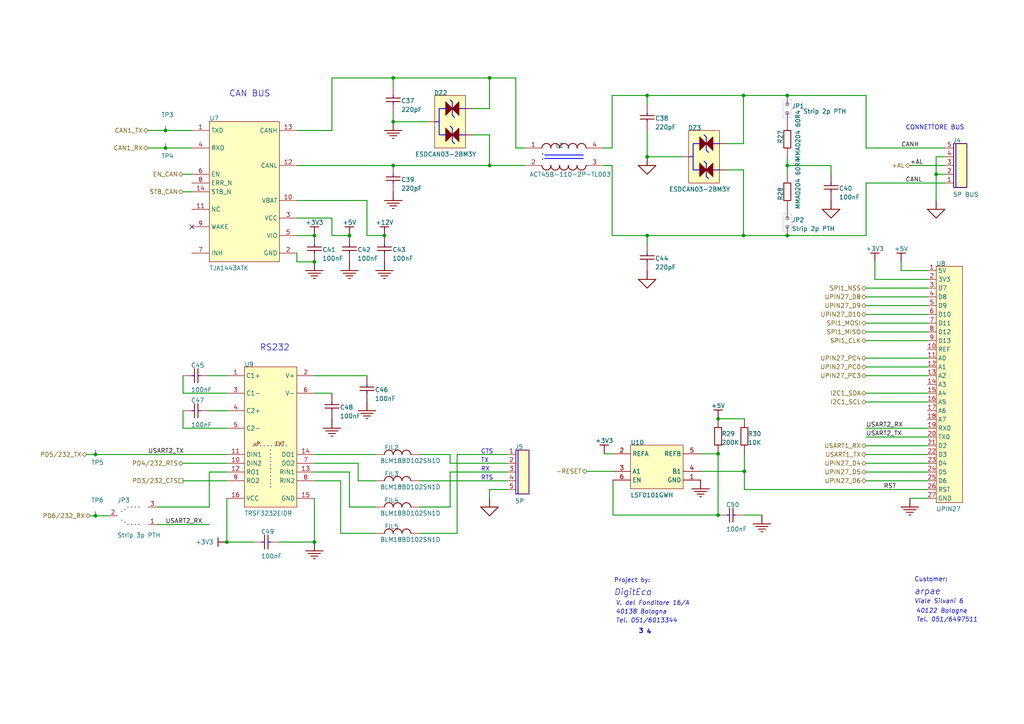
<source format=kicad_sch>
(kicad_sch (version 20230121) (generator eeschema)
  (paper "A4")
  (title_block (title "Stima V4-Master"))
  (lib_symbols
    (symbol "Stima V4 Master R1_1-altium-import:+12V" (power)
      (property "Reference" "#PWR" (at 0 0 0))
      (property "Value" "+12V" (at 0 3.81 0))
      (symbol "+12V_0_0"
        (polyline (pts (xy -1.27 -2.54) (xy 1.27 -2.54)) (stroke (width 0.254)))
        (polyline (pts (xy 0 0) (xy 0 -2.54)) (stroke (width 0.254)))
        (pin power_in line (at 0 0 0) (length 0) hide (name "+12V") (number ""))
      )
    )
    (symbol "Stima V4 Master R1_1-altium-import:+3V3" (power)
      (property "Reference" "#PWR" (at 0 0 0))
      (property "Value" "+3V3" (at 0 3.81 0))
      (symbol "+3V3_0_0"
        (polyline (pts (xy -1.27 -2.54) (xy 1.27 -2.54)) (stroke (width 0.254)))
        (polyline (pts (xy 0 0) (xy 0 -2.54)) (stroke (width 0.254)))
        (pin power_in line (at 0 0 0) (length 0) hide (name "+3V3") (number ""))
      )
    )
    (symbol "Stima V4 Master R1_1-altium-import:+5V" (power)
      (property "Reference" "#PWR" (at 0 0 0))
      (property "Value" "+5V" (at 0 3.81 0))
      (symbol "+5V_0_0"
        (polyline (pts (xy -1.27 -2.54) (xy 1.27 -2.54)) (stroke (width 0.254)))
        (polyline (pts (xy 0 0) (xy 0 -2.54)) (stroke (width 0.254)))
        (pin power_in line (at 0 0 0) (length 0) hide (name "+5V") (number ""))
      )
    )
    (symbol "Stima V4 Master R1_1-altium-import:EGND" (power)
      (property "Reference" "#PWR" (at 0 0 0))
      (property "Value" "EGND" (at 0 6.35 0))
      (symbol "EGND_0_0"
        (polyline (pts (xy 0 0) (xy 0 -2.54)) (stroke (width 0.254)))
        (polyline (pts (xy -2.54 -2.54) (xy 2.54 -2.54) (xy 0 -5.08) (xy -2.54 -2.54)) (stroke (width 0.254)))
        (pin power_in line (at 0 0 0) (length 0) hide (name "EGND") (number ""))
      )
    )
    (symbol "Stima V4 Master R1_1-altium-import:GND" (power)
      (property "Reference" "#PWR" (at 0 0 0))
      (property "Value" "GND" (at 0 6.35 0))
      (symbol "GND_0_0"
        (polyline (pts (xy -2.54 -2.54) (xy 2.54 -2.54)) (stroke (width 0.254)))
        (polyline (pts (xy -1.778 -3.302) (xy 1.778 -3.302)) (stroke (width 0.254)))
        (polyline (pts (xy -1.016 -4.064) (xy 1.016 -4.064)) (stroke (width 0.254)))
        (polyline (pts (xy -0.254 -4.826) (xy 0.254 -4.826)) (stroke (width 0.254)))
        (polyline (pts (xy 0 0) (xy 0 -2.54)) (stroke (width 0.254)))
        (pin power_in line (at 0 0 0) (length 0) hide (name "GND") (number ""))
      )
    )
    (symbol "Stima V4 Master R1_1-altium-import:root_0_ACT45B TDK"
      (symbol "root_0_ACT45B TDK_1_0"
        (polyline (pts (xy 5.842 -3.048) (xy 17.018 -3.048)) (stroke (width 0.254) (color 0 0 255 1)))
        (polyline (pts (xy 5.842 -2.032) (xy 17.018 -2.032)) (stroke (width 0.254) (color 0 0 255 1)))
        (arc (start 5.0421 -5.0955) (mid 6.3606 -6.3879) (end 7.658 -5.0743) (stroke (width 0.254)))
        (arc (start 7.5821 -5.0955) (mid 8.9006 -6.3879) (end 10.198 -5.0743) (stroke (width 0.254)))
        (arc (start 7.6579 0.0155) (mid 6.3394 1.3079) (end 5.042 -0.0057) (stroke (width 0.254)))
        (arc (start 10.1221 -5.0955) (mid 11.4406 -6.3879) (end 12.738 -5.0743) (stroke (width 0.254)))
        (arc (start 10.1979 0.0155) (mid 8.8794 1.3079) (end 7.582 -0.0057) (stroke (width 0.254)))
        (arc (start 12.6621 -5.0955) (mid 13.9806 -6.3879) (end 15.278 -5.0743) (stroke (width 0.254)))
        (arc (start 12.7379 0.0155) (mid 11.4194 1.3079) (end 10.122 -0.0057) (stroke (width 0.254)))
        (arc (start 15.2021 -5.0955) (mid 16.5206 -6.3879) (end 17.818 -5.0743) (stroke (width 0.254)))
        (arc (start 15.2779 0.0155) (mid 13.9594 1.3079) (end 12.662 -0.0057) (stroke (width 0.254)))
        (arc (start 17.8179 0.0155) (mid 16.4994 1.3079) (end 15.202 -0.0057) (stroke (width 0.254)))
        (text "." (at 5.588 -3.81 900) (effects (font (size 2.032 2.032)) (justify left bottom)))
        (text "." (at 5.588 -2.286 900) (effects (font (size 2.032 2.032)) (justify left bottom)))
        (pin passive line (at 0 0 0) (length 5.08) (name "1") (number "1"))
        (pin passive line (at 0 -5.08 0) (length 5.08) (name "2") (number "2"))
        (pin passive line (at 22.86 -5.08 180) (length 5.08) (name "3") (number "3"))
        (pin passive line (at 22.86 0 180) (length 5.08) (name "4") (number "4"))
      )
    )
    (symbol "Stima V4 Master R1_1-altium-import:root_0_BLM18BD"
      (symbol "root_0_BLM18BD_1_0"
        (arc (start 1.27 -1.27) (mid 0.372 -1.642) (end 0 -2.54) (stroke (width 0.254)))
        (arc (start 2.54 -2.54) (mid 2.168 -1.642) (end 1.27 -1.27) (stroke (width 0.254)))
        (arc (start 3.81 -1.27) (mid 2.912 -1.642) (end 2.54 -2.54) (stroke (width 0.254)))
        (arc (start 5.08 -2.54) (mid 4.708 -1.642) (end 3.81 -1.27) (stroke (width 0.254)))
        (arc (start 6.35 -1.27) (mid 5.452 -1.642) (end 5.08 -2.54) (stroke (width 0.254)))
        (arc (start 7.62 -2.54) (mid 7.248 -1.642) (end 6.35 -1.27) (stroke (width 0.254)))
        (pin passive line (at -2.54 -2.54 0) (length 2.54) (name "1") (number "1"))
        (pin passive line (at 10.16 -2.54 180) (length 2.54) (name "2") (number "2"))
      )
    )
    (symbol "Stima V4 Master R1_1-altium-import:root_0_C0603"
      (symbol "root_0_C0603_1_0"
        (polyline (pts (xy -2.032 -0.762) (xy 2.032 -0.762)) (stroke (width 0.254)))
        (polyline (pts (xy 0 -2.54) (xy 0 -1.778)) (stroke (width 0.254) (color 0 0 255 1)))
        (polyline (pts (xy 0 0) (xy 0 -0.762)) (stroke (width 0.254) (color 0 0 255 1)))
        (polyline (pts (xy 2.032 -1.778) (xy -2.032 -1.778)) (stroke (width 0.254)))
        (pin passive line (at 0 2.54 270) (length 2.54) (name "1") (number "1"))
        (pin passive line (at 0 -5.08 90) (length 2.54) (name "2") (number "2"))
      )
    )
    (symbol "Stima V4 Master R1_1-altium-import:root_0_JUMP1"
      (symbol "root_0_JUMP1_1_0"
        (polyline (pts (xy 1.27 -3.81) (xy 1.27 -5.08)) (stroke (width 0) (color 0 0 255 1)))
        (polyline (pts (xy 1.27 -1.27) (xy 1.27 0)) (stroke (width 0) (color 0 0 255 1)))
        (polyline (pts (xy 2.54 0) (xy 0 0) (xy 0 -5.08) (xy 2.54 -5.08) (xy 2.54 0)) (stroke (width 0) (type dot) (color 0 0 255 1)))
        (circle (center 1.27 -3.81) (radius 0.508) (stroke (width 0.0001)) (fill (type color) (color 192 192 192 1)))
        (circle (center 1.27 -1.27) (radius 0.508) (stroke (width 0.0001)) (fill (type color) (color 192 192 192 1)))
        (pin passive line (at 1.27 1.27 270) (length 1.27) (name "") (number "1"))
        (pin passive line (at 1.27 -6.35 90) (length 1.27) (name "") (number "2"))
      )
    )
    (symbol "Stima V4 Master R1_1-altium-import:root_0_LSF0101"
      (symbol "root_0_LSF0101_1_0"
        (rectangle (start 15.24 0) (end 0 -12.7) (fill (type background)))
        (pin power_in line (at 20.32 -10.16 180) (length 5.08) (name "GND") (number "1"))
        (pin passive line (at -5.08 -2.54 0) (length 5.08) (name "REFA") (number "2"))
        (pin passive line (at -5.08 -7.62 0) (length 5.08) (name "A1") (number "3"))
        (pin passive line (at 20.32 -7.62 180) (length 5.08) (name "B1") (number "4"))
        (pin passive line (at 20.32 -2.54 180) (length 5.08) (name "REFB") (number "5"))
        (pin passive line (at -5.08 -10.16 0) (length 5.08) (name "EN") (number "6"))
      )
    )
    (symbol "Stima V4 Master R1_1-altium-import:root_0_Mors 5p px"
      (symbol "root_0_Mors 5p px_1_0"
        (polyline (pts (xy 0.635 0) (xy 0.635 -12.7)) (stroke (width 0.254) (color 0 0 255 1)))
        (polyline (pts (xy 0 -12.7) (xy 0 0) (xy 3.81 0) (xy 3.81 -12.7) (xy 0 -12.7)) (stroke (width 0.254) (color 0 0 255 1)))
        (rectangle (start 3.81 0) (end 0 -12.7) (fill (type background)))
        (pin passive line (at -2.54 -1.27 0) (length 2.54) (name "1") (number "1"))
        (pin passive line (at -2.54 -3.81 0) (length 2.54) (name "2") (number "2"))
        (pin passive line (at -2.54 -6.35 0) (length 2.54) (name "3") (number "3"))
        (pin passive line (at -2.54 -8.89 0) (length 2.54) (name "4") (number "4"))
        (pin passive line (at -2.54 -11.43 0) (length 2.54) (name "5") (number "5"))
      )
    )
    (symbol "Stima V4 Master R1_1-altium-import:root_0_TJA1443A"
      (symbol "root_0_TJA1443A_1_0"
        (rectangle (start 20.32 0) (end 0 -40.64) (fill (type background)))
        (rectangle (start 20.32 0) (end 0 0) (fill (type background)))
        (pin passive line (at -5.08 -2.54 0) (length 5.08) (name "TXD") (number "1"))
        (pin power_in line (at 25.4 -22.86 180) (length 5.08) (name "VBAT") (number "10"))
        (pin passive line (at -5.08 -25.4 0) (length 5.08) (name "NC") (number "11"))
        (pin passive line (at 25.4 -12.7 180) (length 5.08) (name "CANL") (number "12"))
        (pin passive line (at 25.4 -2.54 180) (length 5.08) (name "CANH") (number "13"))
        (pin input line (at -5.08 -20.32 0) (length 5.08) (name "STB_N") (number "14"))
        (pin power_in line (at 25.4 -38.1 180) (length 5.08) (name "GND") (number "2"))
        (pin power_in line (at 25.4 -27.94 180) (length 5.08) (name "VCC") (number "3"))
        (pin passive line (at -5.08 -7.62 0) (length 5.08) (name "RXD") (number "4"))
        (pin power_in line (at 25.4 -33.02 180) (length 5.08) (name "VIO") (number "5"))
        (pin input line (at -5.08 -15.24 0) (length 5.08) (name "EN") (number "6"))
        (pin passive line (at -5.08 -38.1 0) (length 5.08) (name "INH") (number "7"))
        (pin output line (at -5.08 -17.78 0) (length 5.08) (name "ERR_N") (number "8"))
        (pin passive line (at -5.08 -30.48 0) (length 5.08) (name "WAKE") (number "9"))
      )
    )
    (symbol "Stima V4 Master R1_1-altium-import:root_0_TRSF3232EIDR"
      (symbol "root_0_TRSF3232EIDR_1_0"
        (polyline (pts (xy 2.54 -22.86) (xy 12.7 -22.86)) (stroke (width 0.254) (type dot) (color 0 0 255 1)))
        (polyline (pts (xy 7.62 -24.13) (xy 7.62 -35.56)) (stroke (width 0.254) (type dot) (color 0 0 255 1)))
        (rectangle (start 15.24 0) (end 0 -40.64) (fill (type background)))
        (text "EXT" (at 8.89 -22.86 0) (effects (font (size 1.016 1.016)) (justify left bottom)))
        (text "uP" (at 2.54 -22.86 0) (effects (font (size 1.016 1.016)) (justify left bottom)))
        (pin passive line (at -5.08 -2.54 0) (length 5.08) (name "C1+") (number "1"))
        (pin input line (at -5.08 -27.94 0) (length 5.08) (name "DIN2") (number "10"))
        (pin input line (at -5.08 -25.4 0) (length 5.08) (name "DIN1") (number "11"))
        (pin output line (at -5.08 -30.48 0) (length 5.08) (name "RO1") (number "12"))
        (pin input line (at 20.32 -30.48 180) (length 5.08) (name "RIN1") (number "13"))
        (pin output line (at 20.32 -25.4 180) (length 5.08) (name "DO1") (number "14"))
        (pin power_in line (at 20.32 -38.1 180) (length 5.08) (name "GND") (number "15"))
        (pin power_in line (at -5.08 -38.1 0) (length 5.08) (name "VCC") (number "16"))
        (pin passive line (at 20.32 -2.54 180) (length 5.08) (name "V+") (number "2"))
        (pin passive line (at -5.08 -7.62 0) (length 5.08) (name "C1-") (number "3"))
        (pin passive line (at -5.08 -12.7 0) (length 5.08) (name "C2+") (number "4"))
        (pin passive line (at -5.08 -17.78 0) (length 5.08) (name "C2-") (number "5"))
        (pin passive line (at 20.32 -7.62 180) (length 5.08) (name "V-") (number "6"))
        (pin output line (at 20.32 -27.94 180) (length 5.08) (name "DO2") (number "7"))
        (pin input line (at 20.32 -33.02 180) (length 5.08) (name "RIN2") (number "8"))
        (pin output line (at -5.08 -33.02 0) (length 5.08) (name "RO2") (number "9"))
      )
    )
    (symbol "Stima V4 Master R1_1-altium-import:root_0_UPIN27"
      (symbol "root_0_UPIN27_1_0"
        (rectangle (start 7.62 0) (end 0 -68.58) (fill (type background)))
        (pin passive line (at -2.54 -1.27 0) (length 2.54) (name "5V") (number "1"))
        (pin passive line (at -2.54 -24.13 0) (length 2.54) (name "REF") (number "10"))
        (pin passive line (at -2.54 -26.67 0) (length 2.54) (name "A0") (number "11"))
        (pin passive line (at -2.54 -29.21 0) (length 2.54) (name "A1") (number "12"))
        (pin passive line (at -2.54 -31.75 0) (length 2.54) (name "A2") (number "13"))
        (pin passive line (at -2.54 -34.29 0) (length 2.54) (name "A3") (number "14"))
        (pin passive line (at -2.54 -36.83 0) (length 2.54) (name "A4") (number "15"))
        (pin passive line (at -2.54 -39.37 0) (length 2.54) (name "A5") (number "16"))
        (pin passive line (at -2.54 -41.91 0) (length 2.54) (name "A6") (number "17"))
        (pin passive line (at -2.54 -44.45 0) (length 2.54) (name "A7") (number "18"))
        (pin passive line (at -2.54 -46.99 0) (length 2.54) (name "RX0") (number "19"))
        (pin passive line (at -2.54 -3.81 0) (length 2.54) (name "3V3") (number "2"))
        (pin passive line (at -2.54 -49.53 0) (length 2.54) (name "TX0") (number "20"))
        (pin passive line (at -2.54 -52.07 0) (length 2.54) (name "D2") (number "21"))
        (pin passive line (at -2.54 -54.61 0) (length 2.54) (name "D3") (number "22"))
        (pin passive line (at -2.54 -57.15 0) (length 2.54) (name "D4") (number "23"))
        (pin passive line (at -2.54 -59.69 0) (length 2.54) (name "D5") (number "24"))
        (pin passive line (at -2.54 -62.23 0) (length 2.54) (name "D6") (number "25"))
        (pin passive line (at -2.54 -64.77 0) (length 2.54) (name "RST") (number "26"))
        (pin passive line (at -2.54 -67.31 0) (length 2.54) (name "GND") (number "27"))
        (pin passive line (at -2.54 -6.35 0) (length 2.54) (name "D7") (number "3"))
        (pin passive line (at -2.54 -8.89 0) (length 2.54) (name "D8") (number "4"))
        (pin passive line (at -2.54 -11.43 0) (length 2.54) (name "D9") (number "5"))
        (pin passive line (at -2.54 -13.97 0) (length 2.54) (name "D10") (number "6"))
        (pin passive line (at -2.54 -16.51 0) (length 2.54) (name "D11") (number "7"))
        (pin passive line (at -2.54 -19.05 0) (length 2.54) (name "D12") (number "8"))
        (pin passive line (at -2.54 -21.59 0) (length 2.54) (name "D13") (number "9"))
      )
    )
    (symbol "Stima V4 Master R1_1-altium-import:root_1_C0603"
      (symbol "root_1_C0603_1_0"
        (polyline (pts (xy 0 0) (xy 0.762 0)) (stroke (width 0.254) (color 0 0 255 1)))
        (polyline (pts (xy 0.762 -2.032) (xy 0.762 2.032)) (stroke (width 0.254)))
        (polyline (pts (xy 1.778 2.032) (xy 1.778 -2.032)) (stroke (width 0.254)))
        (polyline (pts (xy 2.54 0) (xy 1.778 0)) (stroke (width 0.254) (color 0 0 255 1)))
        (pin passive line (at -2.54 0 0) (length 2.54) (name "1") (number "1"))
        (pin passive line (at 5.08 0 180) (length 2.54) (name "2") (number "2"))
      )
    )
    (symbol "Stima V4 Master R1_1-altium-import:root_1_Res 0603"
      (symbol "root_1_Res 0603_1_0"
        (rectangle (start 3.556 5.08) (end 1.524 0) (stroke (width 0.254)))
        (pin passive line (at 2.54 -2.54 90) (length 2.54) (name "1") (number "1"))
        (pin passive line (at 2.54 7.62 270) (length 2.54) (name "2") (number "2"))
      )
    )
    (symbol "Stima V4 Master R1_1-altium-import:root_1_Res Melf"
      (symbol "root_1_Res Melf_1_0"
        (rectangle (start 3.556 5.08) (end 1.524 0) (stroke (width 0.254)))
        (pin passive line (at 2.54 -2.54 90) (length 2.54) (name "1") (number "1"))
        (pin passive line (at 2.54 7.62 270) (length 2.54) (name "2") (number "2"))
      )
    )
    (symbol "Stima V4 Master R1_1-altium-import:root_1_TestPoint"
      (symbol "root_1_TestPoint_1_0"
        (pin passive line (at 1.27 -1.27 90) (length 1.27) (name "") (number "1"))
      )
    )
    (symbol "Stima V4 Master R1_1-altium-import:root_1_mirrored_Transil bidirez doppio ESDCAN"
      (symbol "root_1_mirrored_Transil bidirez doppio ESDCAN_1_0"
        (polyline (pts (xy -5.715 3.81) (xy -4.445 3.81)) (stroke (width 0.254) (color 0 0 255 1)))
        (polyline (pts (xy -0.635 -1.905) (xy 0 -2.54)) (stroke (width 0.254) (color 0 0 255 1)))
        (polyline (pts (xy -0.635 1.905) (xy -1.27 2.54)) (stroke (width 0.254) (color 0 0 255 1)))
        (polyline (pts (xy -0.635 1.905) (xy -0.635 -1.905)) (stroke (width 0.254) (color 0 0 255 1)))
        (polyline (pts (xy -0.635 5.715) (xy 0 5.08)) (stroke (width 0.254) (color 0 0 255 1)))
        (polyline (pts (xy -0.635 9.525) (xy -1.27 10.16)) (stroke (width 0.254) (color 0 0 255 1)))
        (polyline (pts (xy -0.635 9.525) (xy -0.635 5.715)) (stroke (width 0.254) (color 0 0 255 1)))
        (polyline (pts (xy 1.27 0) (xy 3.175 0)) (stroke (width 0.254) (color 0 0 255 1)))
        (polyline (pts (xy 1.27 7.62) (xy 3.175 7.62)) (stroke (width 0.254) (color 0 0 255 1)))
        (polyline (pts (xy -2.54 0) (xy -4.445 0) (xy -4.445 7.62) (xy -2.54 7.62)) (stroke (width 0.254) (color 0 0 255 1)))
        (polyline (pts (xy -2.54 1.905) (xy -0.635 0) (xy -2.54 -1.905) (xy -2.54 1.905)) (stroke (width 0.254)) (fill (type outline)))
        (polyline (pts (xy -2.54 9.525) (xy -0.635 7.62) (xy -2.54 5.715) (xy -2.54 9.525)) (stroke (width 0.254)) (fill (type outline)))
        (polyline (pts (xy 1.27 -1.905) (xy -0.635 0) (xy 1.27 1.905) (xy 1.27 -1.905)) (stroke (width 0.254)) (fill (type outline)))
        (polyline (pts (xy 1.27 5.715) (xy -0.635 7.62) (xy 1.27 9.525) (xy 1.27 5.715)) (stroke (width 0.254)) (fill (type outline)))
        (rectangle (start 3.175 11.43) (end -5.715 -3.81) (fill (type background)))
        (pin passive line (at 5.08 0 180) (length 1.905) (name "A/K") (number "1"))
        (pin passive line (at 5.08 7.62 180) (length 1.905) (name "A/K") (number "2"))
        (pin passive line (at -7.62 3.81 0) (length 1.905) (name "A/K") (number "3"))
      )
    )
    (symbol "Stima V4 Master R1_1-altium-import:root_2_C0603"
      (symbol "root_2_C0603_1_0"
        (polyline (pts (xy -2.032 1.778) (xy 2.032 1.778)) (stroke (width 0.254)))
        (polyline (pts (xy 0 0) (xy 0 0.762)) (stroke (width 0.254) (color 0 0 255 1)))
        (polyline (pts (xy 0 2.54) (xy 0 1.778)) (stroke (width 0.254) (color 0 0 255 1)))
        (polyline (pts (xy 2.032 0.762) (xy -2.032 0.762)) (stroke (width 0.254)))
        (pin passive line (at 0 -2.54 90) (length 2.54) (name "1") (number "1"))
        (pin passive line (at 0 5.08 270) (length 2.54) (name "2") (number "2"))
      )
    )
    (symbol "Stima V4 Master R1_1-altium-import:root_2_JUMP1"
      (symbol "root_2_JUMP1_1_0"
        (circle (center -1.27 1.27) (radius 0.508) (stroke (width 0.0001)) (fill (type color) (color 192 192 192 1)))
        (circle (center -1.27 3.81) (radius 0.508) (stroke (width 0.0001)) (fill (type color) (color 192 192 192 1)))
        (polyline (pts (xy -1.27 1.27) (xy -1.27 0)) (stroke (width 0) (color 0 0 255 1)))
        (polyline (pts (xy -1.27 3.81) (xy -1.27 5.08)) (stroke (width 0) (color 0 0 255 1)))
        (polyline (pts (xy -2.54 0) (xy 0 0) (xy 0 5.08) (xy -2.54 5.08) (xy -2.54 0)) (stroke (width 0) (type dot) (color 0 0 255 1)))
        (pin passive line (at -1.27 -1.27 90) (length 1.27) (name "") (number "1"))
        (pin passive line (at -1.27 6.35 270) (length 1.27) (name "") (number "2"))
      )
    )
    (symbol "Stima V4 Master R1_1-altium-import:root_2_JUMP3S"
      (symbol "root_2_JUMP3S_1_0"
        (polyline (pts (xy -6.35 1.27) (xy -4.445 0) (xy -1.27 0)) (stroke (width 0.254) (type dot) (color 0 0 255 1)))
        (polyline (pts (xy -6.35 3.81) (xy -4.445 5.08) (xy -1.27 5.08)) (stroke (width 0.254) (type dot) (color 0 0 255 1)))
        (pin passive line (at 3.81 0 180) (length 2.54) (name "1") (number "1"))
        (pin passive line (at -10.16 2.54 0) (length 2.54) (name "2") (number "2"))
        (pin passive line (at 3.81 5.08 180) (length 2.54) (name "3") (number "3"))
      )
    )
    (symbol "Stima V4 Master R1_1-altium-import:root_2_mirrored_Mors 5p px"
      (symbol "root_2_mirrored_Mors 5p px_1_0"
        (polyline (pts (xy 0.635 0) (xy 0.635 12.7)) (stroke (width 0.254) (color 0 0 255 1)))
        (polyline (pts (xy 0 12.7) (xy 0 0) (xy 3.81 0) (xy 3.81 12.7) (xy 0 12.7)) (stroke (width 0.254) (color 0 0 255 1)))
        (rectangle (start 3.81 12.7) (end 0 0) (fill (type background)))
        (pin passive line (at -2.54 1.27 0) (length 2.54) (name "1") (number "1"))
        (pin passive line (at -2.54 3.81 0) (length 2.54) (name "2") (number "2"))
        (pin passive line (at -2.54 6.35 0) (length 2.54) (name "3") (number "3"))
        (pin passive line (at -2.54 8.89 0) (length 2.54) (name "4") (number "4"))
        (pin passive line (at -2.54 11.43 0) (length 2.54) (name "5") (number "5"))
      )
    )
    (symbol "Stima V4 Master R1_1-altium-import:root_3_C0603"
      (symbol "root_3_C0603_1_0"
        (polyline (pts (xy -2.54 0) (xy -1.778 0)) (stroke (width 0.254) (color 0 0 255 1)))
        (polyline (pts (xy -1.778 -2.032) (xy -1.778 2.032)) (stroke (width 0.254)))
        (polyline (pts (xy -0.762 2.032) (xy -0.762 -2.032)) (stroke (width 0.254)))
        (polyline (pts (xy 0 0) (xy -0.762 0)) (stroke (width 0.254) (color 0 0 255 1)))
        (pin passive line (at 2.54 0 180) (length 2.54) (name "1") (number "1"))
        (pin passive line (at -5.08 0 0) (length 2.54) (name "2") (number "2"))
      )
    )
  )
  (junction (at 187.706 27.686))
  (junction (at 228.346 48.006))
  (junction (at 91.186 75.946))
  (junction (at 91.186 157.226))
  (junction (at 141.986 48.006))
  (junction (at 114.046 48.006))
  (junction (at 27.686 131.826))
  (junction (at 48.006 42.926))
  (junction (at 228.346 27.686))
  (junction (at 141.986 22.606))
  (junction (at 208.28 149.4028))
  (junction (at 187.706 68.326))
  (junction (at 91.186 68.326))
  (junction (at 187.706 45.466))
  (junction (at 271.526 50.546))
  (junction (at 208.28 131.6228))
  (junction (at 215.646 68.326))
  (junction (at 48.006 37.846))
  (junction (at 215.646 27.686))
  (junction (at 215.9 136.7028))
  (junction (at 111.506 68.326))
  (junction (at 27.686 149.606))
  (junction (at 101.346 68.326))
  (junction (at 114.046 22.606))
  (junction (at 65.786 157.226))
  (junction (at 228.346 68.326))
  (junction (at 208.28 121.4628))
  (junction (at 114.046 35.306))
  (no_connect (at 55.626 65.786))
  (wire (pts (xy 149.606 42.926) (xy 152.146 42.926)) (stroke (width 0.254)))
  (wire (pts (xy 106.426 58.166) (xy 106.426 68.326)) (stroke (width 0.254)))
  (wire (pts (xy 251.206 103.886) (xy 268.986 103.886)) (stroke (width 0.254)))
  (wire (pts (xy 274.066 50.546) (xy 271.526 50.546)) (stroke (width 0.254)))
  (wire (pts (xy 25.146 131.826) (xy 27.686 131.826)) (stroke (width 0.254)))
  (wire (pts (xy 98.806 139.446) (xy 91.186 139.446)) (stroke (width 0.254)))
  (wire (pts (xy 215.646 49.276) (xy 215.646 68.326)) (stroke (width 0.254)))
  (wire (pts (xy 98.806 154.686) (xy 98.806 139.446)) (stroke (width 0.254)))
  (wire (pts (xy 53.086 50.546) (xy 55.626 50.546)) (stroke (width 0.254)))
  (wire (pts (xy 141.986 141.986) (xy 147.066 141.986)) (stroke (width 0.254)))
  (wire (pts (xy 53.086 55.626) (xy 55.626 55.626)) (stroke (width 0.254)))
  (wire (pts (xy 96.266 37.846) (xy 96.266 22.606)) (stroke (width 0.254)))
  (wire (pts (xy 149.606 22.606) (xy 149.606 42.926)) (stroke (width 0.254)))
  (wire (pts (xy 114.046 22.606) (xy 141.986 22.606)) (stroke (width 0.254)))
  (wire (pts (xy 271.526 45.466) (xy 274.066 45.466)) (stroke (width 0.254)))
  (wire (pts (xy 86.106 75.946) (xy 91.186 75.946)) (stroke (width 0.254)))
  (wire (pts (xy 251.206 68.326) (xy 251.206 53.086)) (stroke (width 0.254)))
  (wire (pts (xy 177.546 27.686) (xy 187.706 27.686)) (stroke (width 0.254)))
  (wire (pts (xy 42.926 37.846) (xy 48.006 37.846)) (stroke (width 0.254)))
  (wire (pts (xy 175.006 48.006) (xy 177.546 48.006)) (stroke (width 0.254)))
  (wire (pts (xy 241.046 48.006) (xy 241.046 50.546)) (stroke (width 0.254)))
  (wire (pts (xy 253.746 81.026) (xy 268.986 81.026)) (stroke (width 0.254)))
  (wire (pts (xy 263.906 144.526) (xy 268.986 144.526)) (stroke (width 0.254)))
  (wire (pts (xy 251.206 108.966) (xy 268.986 108.966)) (stroke (width 0.254)))
  (wire (pts (xy 48.006 42.926) (xy 55.626 42.926)) (stroke (width 0.254)))
  (wire (pts (xy 121.666 139.446) (xy 147.066 139.446)) (stroke (width 0.254)))
  (wire (pts (xy 53.086 108.966) (xy 53.086 114.046)) (stroke (width 0.254)))
  (wire (pts (xy 141.986 144.526) (xy 141.986 141.986)) (stroke (width 0.254)))
  (wire (pts (xy 177.546 42.926) (xy 177.546 27.686)) (stroke (width 0.254)))
  (wire (pts (xy 203.2 136.7028) (xy 215.9 136.7028)) (stroke (width 0.254)))
  (wire (pts (xy 53.086 134.366) (xy 65.786 134.366)) (stroke (width 0.254)))
  (wire (pts (xy 53.086 114.046) (xy 65.786 114.046)) (stroke (width 0.254)))
  (wire (pts (xy 65.786 157.226) (xy 73.406 157.226)) (stroke (width 0.254)))
  (wire (pts (xy 175.006 42.926) (xy 177.546 42.926)) (stroke (width 0.254)))
  (wire (pts (xy 106.426 108.966) (xy 91.186 108.966)) (stroke (width 0.254)))
  (wire (pts (xy 96.266 114.046) (xy 91.186 114.046)) (stroke (width 0.254)))
  (wire (pts (xy 215.646 27.686) (xy 228.346 27.686)) (stroke (width 0.254)))
  (wire (pts (xy 215.9 131.6228) (xy 215.9 136.7028)) (stroke (width 0.254)))
  (wire (pts (xy 108.966 139.446) (xy 103.886 139.446)) (stroke (width 0.254)))
  (wire (pts (xy 60.706 147.066) (xy 60.706 136.906)) (stroke (width 0.254)))
  (wire (pts (xy 130.556 131.826) (xy 130.556 134.366)) (stroke (width 0.254)))
  (wire (pts (xy 108.966 147.066) (xy 101.346 147.066)) (stroke (width 0.254)))
  (wire (pts (xy 101.346 136.906) (xy 91.186 136.906)) (stroke (width 0.254)))
  (wire (pts (xy 86.106 58.166) (xy 106.426 58.166)) (stroke (width 0.254)))
  (wire (pts (xy 108.966 154.686) (xy 98.806 154.686)) (stroke (width 0.254)))
  (wire (pts (xy 130.556 136.906) (xy 147.066 136.906)) (stroke (width 0.254)))
  (wire (pts (xy 108.966 131.826) (xy 91.186 131.826)) (stroke (width 0.254)))
  (wire (pts (xy 228.346 48.006) (xy 228.346 45.466)) (stroke (width 0.254)))
  (wire (pts (xy 210.566 41.656) (xy 215.646 41.656)) (stroke (width 0.254)))
  (wire (pts (xy 130.556 147.066) (xy 130.556 136.906)) (stroke (width 0.254)))
  (wire (pts (xy 187.706 68.326) (xy 215.646 68.326)) (stroke (width 0.254)))
  (wire (pts (xy 268.986 96.266) (xy 251.206 96.266)) (stroke (width 0.254)))
  (wire (pts (xy 27.686 131.826) (xy 65.786 131.826)) (stroke (width 0.254)))
  (wire (pts (xy 65.786 144.526) (xy 65.786 157.226)) (stroke (width 0.254)))
  (wire (pts (xy 170.18 136.7028) (xy 177.8 136.7028)) (stroke (width 0.254)))
  (wire (pts (xy 141.986 31.496) (xy 141.986 22.606)) (stroke (width 0.254)))
  (wire (pts (xy 81.026 157.226) (xy 91.186 157.226)) (stroke (width 0.254)))
  (wire (pts (xy 141.986 39.116) (xy 141.986 48.006)) (stroke (width 0.254)))
  (wire (pts (xy 268.986 134.366) (xy 251.206 134.366)) (stroke (width 0.254)))
  (wire (pts (xy 136.906 39.116) (xy 141.986 39.116)) (stroke (width 0.254)))
  (wire (pts (xy 251.206 116.586) (xy 268.986 116.586)) (stroke (width 0.254)))
  (wire (pts (xy 228.346 27.686) (xy 251.206 27.686)) (stroke (width 0.254)))
  (wire (pts (xy 251.206 27.686) (xy 251.206 42.926)) (stroke (width 0.254)))
  (wire (pts (xy 251.206 131.826) (xy 268.986 131.826)) (stroke (width 0.254)))
  (wire (pts (xy 45.466 152.146) (xy 60.706 152.146)) (stroke (width 0.254)))
  (wire (pts (xy 91.186 157.226) (xy 91.186 144.526)) (stroke (width 0.254)))
  (wire (pts (xy 86.106 73.406) (xy 86.106 75.946)) (stroke (width 0.254)))
  (wire (pts (xy 208.28 149.4028) (xy 208.28 131.6228)) (stroke (width 0.254)))
  (wire (pts (xy 187.706 27.686) (xy 215.646 27.686)) (stroke (width 0.254)))
  (wire (pts (xy 141.986 22.606) (xy 149.606 22.606)) (stroke (width 0.254)))
  (wire (pts (xy 268.986 139.446) (xy 251.206 139.446)) (stroke (width 0.254)))
  (wire (pts (xy 187.706 45.466) (xy 187.706 37.846)) (stroke (width 0.254)))
  (wire (pts (xy 177.546 68.326) (xy 187.706 68.326)) (stroke (width 0.254)))
  (wire (pts (xy 48.006 37.846) (xy 55.626 37.846)) (stroke (width 0.254)))
  (wire (pts (xy 228.346 48.006) (xy 241.046 48.006)) (stroke (width 0.254)))
  (wire (pts (xy 130.556 134.366) (xy 147.066 134.366)) (stroke (width 0.254)))
  (wire (pts (xy 177.8 139.2428) (xy 177.8 149.4028)) (stroke (width 0.254)))
  (wire (pts (xy 136.906 31.496) (xy 141.986 31.496)) (stroke (width 0.254)))
  (wire (pts (xy 215.9 149.4028) (xy 220.98 149.4028)) (stroke (width 0.254)))
  (wire (pts (xy 53.086 119.126) (xy 53.086 124.206)) (stroke (width 0.254)))
  (wire (pts (xy 215.646 68.326) (xy 228.346 68.326)) (stroke (width 0.254)))
  (wire (pts (xy 228.346 68.326) (xy 251.206 68.326)) (stroke (width 0.254)))
  (wire (pts (xy 45.466 147.066) (xy 60.706 147.066)) (stroke (width 0.254)))
  (wire (pts (xy 271.526 58.166) (xy 271.526 50.546)) (stroke (width 0.254)))
  (wire (pts (xy 215.646 41.656) (xy 215.646 27.686)) (stroke (width 0.254)))
  (wire (pts (xy 268.986 126.746) (xy 251.206 126.746)) (stroke (width 0.254)))
  (wire (pts (xy 114.046 48.006) (xy 141.986 48.006)) (stroke (width 0.254)))
  (wire (pts (xy 197.866 45.466) (xy 187.706 45.466)) (stroke (width 0.254)))
  (wire (pts (xy 42.926 42.926) (xy 48.006 42.926)) (stroke (width 0.254)))
  (wire (pts (xy 121.666 131.826) (xy 130.556 131.826)) (stroke (width 0.254)))
  (wire (pts (xy 86.106 48.006) (xy 114.046 48.006)) (stroke (width 0.254)))
  (wire (pts (xy 215.9 141.986) (xy 268.986 141.986)) (stroke (width 0.254)))
  (wire (pts (xy 60.706 119.126) (xy 65.786 119.126)) (stroke (width 0.254)))
  (wire (pts (xy 106.426 68.326) (xy 111.506 68.326)) (stroke (width 0.254)))
  (wire (pts (xy 187.706 70.866) (xy 187.706 68.326)) (stroke (width 0.254)))
  (wire (pts (xy 268.986 88.646) (xy 251.206 88.646)) (stroke (width 0.254)))
  (wire (pts (xy 228.346 50.546) (xy 228.346 48.006)) (stroke (width 0.254)))
  (wire (pts (xy 251.206 83.566) (xy 268.986 83.566)) (stroke (width 0.254)))
  (wire (pts (xy 208.28 131.6228) (xy 203.2 131.6228)) (stroke (width 0.254)))
  (wire (pts (xy 60.706 136.906) (xy 65.786 136.906)) (stroke (width 0.254)))
  (wire (pts (xy 187.706 27.686) (xy 187.706 30.226)) (stroke (width 0.254)))
  (wire (pts (xy 114.046 22.606) (xy 114.046 25.146)) (stroke (width 0.254)))
  (wire (pts (xy 210.566 49.276) (xy 215.646 49.276)) (stroke (width 0.254)))
  (wire (pts (xy 96.266 68.326) (xy 101.346 68.326)) (stroke (width 0.254)))
  (wire (pts (xy 177.8 131.6228) (xy 175.26 131.6228)) (stroke (width 0.254)))
  (wire (pts (xy 268.986 98.806) (xy 251.206 98.806)) (stroke (width 0.254)))
  (wire (pts (xy 101.346 147.066) (xy 101.346 136.906)) (stroke (width 0.254)))
  (wire (pts (xy 271.526 50.546) (xy 271.526 45.466)) (stroke (width 0.254)))
  (wire (pts (xy 208.28 121.4628) (xy 215.9 121.4628)) (stroke (width 0.254)))
  (wire (pts (xy 114.046 35.306) (xy 114.046 32.766)) (stroke (width 0.254)))
  (wire (pts (xy 268.986 86.106) (xy 251.206 86.106)) (stroke (width 0.254)))
  (wire (pts (xy 215.9 136.7028) (xy 215.9 141.986)) (stroke (width 0.254)))
  (wire (pts (xy 121.666 154.686) (xy 132.588 154.686)) (stroke (width 0.254)))
  (wire (pts (xy 103.886 134.366) (xy 91.186 134.366)) (stroke (width 0.254)))
  (wire (pts (xy 60.706 108.966) (xy 65.786 108.966)) (stroke (width 0.254)))
  (wire (pts (xy 96.266 22.606) (xy 114.046 22.606)) (stroke (width 0.254)))
  (wire (pts (xy 251.206 106.426) (xy 268.986 106.426)) (stroke (width 0.254)))
  (wire (pts (xy 124.206 35.306) (xy 114.046 35.306)) (stroke (width 0.254)))
  (wire (pts (xy 86.106 63.246) (xy 96.266 63.246)) (stroke (width 0.254)))
  (wire (pts (xy 268.986 124.206) (xy 251.206 124.206)) (stroke (width 0.254)))
  (wire (pts (xy 268.986 136.906) (xy 251.206 136.906)) (stroke (width 0.254)))
  (wire (pts (xy 261.366 75.946) (xy 261.366 78.486)) (stroke (width 0.254)))
  (wire (pts (xy 261.366 78.486) (xy 268.986 78.486)) (stroke (width 0.254)))
  (wire (pts (xy 96.266 63.246) (xy 96.266 68.326)) (stroke (width 0.254)))
  (wire (pts (xy 141.986 48.006) (xy 152.146 48.006)) (stroke (width 0.254)))
  (wire (pts (xy 263.906 48.006) (xy 274.066 48.006)) (stroke (width 0.254)))
  (wire (pts (xy 253.746 75.946) (xy 253.746 81.026)) (stroke (width 0.254)))
  (wire (pts (xy 26.162 149.606) (xy 27.686 149.606)) (stroke (width 0.254)))
  (wire (pts (xy 132.588 131.826) (xy 147.066 131.826)) (stroke (width 0.254)))
  (wire (pts (xy 86.106 68.326) (xy 91.186 68.326)) (stroke (width 0.254)))
  (wire (pts (xy 251.206 129.286) (xy 268.986 129.286)) (stroke (width 0.254)))
  (wire (pts (xy 121.666 147.066) (xy 130.556 147.066)) (stroke (width 0.254)))
  (wire (pts (xy 27.686 149.606) (xy 31.496 149.606)) (stroke (width 0.254)))
  (wire (pts (xy 53.086 124.206) (xy 65.786 124.206)) (stroke (width 0.254)))
  (wire (pts (xy 86.106 37.846) (xy 96.266 37.846)) (stroke (width 0.254)))
  (wire (pts (xy 132.588 154.686) (xy 132.588 131.826)) (stroke (width 0.254)))
  (wire (pts (xy 251.206 42.926) (xy 274.066 42.926)) (stroke (width 0.254)))
  (wire (pts (xy 103.886 139.446) (xy 103.886 134.366)) (stroke (width 0.254)))
  (wire (pts (xy 268.986 91.186) (xy 251.206 91.186)) (stroke (width 0.254)))
  (wire (pts (xy 268.986 93.726) (xy 251.206 93.726)) (stroke (width 0.254)))
  (wire (pts (xy 251.206 114.046) (xy 268.986 114.046)) (stroke (width 0.254)))
  (wire (pts (xy 177.8 149.4028) (xy 208.28 149.4028)) (stroke (width 0.254)))
  (wire (pts (xy 53.086 139.446) (xy 65.786 139.446)) (stroke (width 0.254)))
  (wire (pts (xy 177.546 48.006) (xy 177.546 68.326)) (stroke (width 0.254)))
  (wire (pts (xy 251.206 53.086) (xy 274.066 53.086)) (stroke (width 0.254)))
  (text "DigitEco" (at 178.054 172.974 0) (effects (font (size 1.778 1.778) italic) (justify left bottom)))
  (text "V. del Fonditore 16/A" (at 178.562 175.768 0) (effects (font (size 1.27 1.27) italic) (justify left bottom)))
  (text "TX" (at 139.446 134.366 0) (effects (font (size 1.27 1.27)) (justify left bottom)))
  (text "arpae" (at 265.176 172.72 0) (effects (font (size 1.778 1.778) italic) (justify left bottom)))
  (text "RX" (at 139.446 136.906 0) (effects (font (size 1.27 1.27)) (justify left bottom)))
  (text "4" (at 187.452 184.15 0) (effects (font (size 1.27 1.27) bold) (justify left bottom)))
  (text "RS232" (at 75.311 101.981 0) (effects (font (size 1.778 1.778)) (justify left bottom)))
  (text "CTS" (at 139.446 131.826 0) (effects (font (size 1.27 1.27)) (justify left bottom)))
  (text "CONNETTORE BUS" (at 262.636 37.846 0) (effects (font (size 1.27 1.27)) (justify left bottom)))
  (text "Tel. 051/6497511" (at 265.684 180.594 0) (effects (font (size 1.27 1.27) italic) (justify left bottom)))
  (text "Tel. 051/6013344" (at 178.562 180.848 0) (effects (font (size 1.27 1.27) italic) (justify left bottom)))
  (text "40122 Bologna" (at 265.684 178.054 0) (effects (font (size 1.27 1.27) italic) (justify left bottom)))
  (text "CAN BUS" (at 66.421 28.321 0) (effects (font (size 1.778 1.778)) (justify left bottom)))
  (text "RTS" (at 139.446 139.446 0) (effects (font (size 1.27 1.27)) (justify left bottom)))
  (text "Customer:" (at 265.176 168.91 0) (effects (font (size 1.27 1.27)) (justify left bottom)))
  (text "40138 Bologna" (at 178.562 178.308 0) (effects (font (size 1.27 1.27) italic) (justify left bottom)))
  (text "Viale Silvani 6" (at 265.176 175.26 0) (effects (font (size 1.27 1.27) italic) (justify left bottom)))
  (text "Project by:" (at 178.054 169.164 0) (effects (font (size 1.27 1.27)) (justify left bottom)))
  (text "3" (at 185.166 183.896 0) (effects (font (size 1.27 1.27) bold) (justify left bottom)))
  (label "RST" (at 256.286 141.986 180))
  (label "USART2_TX" (at 42.926 131.826 180))
  (label "USART2_TX" (at 251.206 126.746 180))
  (label "+AL" (at 263.906 48.006 180))
  (label "CANL" (at 262.636 53.086 180))
  (label "USART2_RX" (at 48.006 152.146 180))
  (label "USART2_RX" (at 251.206 124.206 180))
  (label "CANH" (at 261.366 42.926 180))
  (hierarchical_label "-RESET" (shape bidirectional) (at 170.18 136.7028 180))
  (hierarchical_label "EN_CAN" (shape bidirectional) (at 53.086 50.546 180))
  (hierarchical_label "PD5/232_TX" (shape bidirectional) (at 25.146 131.826 180))
  (hierarchical_label "SPI1_CLK" (shape bidirectional) (at 251.206 98.806 180))
  (hierarchical_label "STB_CAN" (shape bidirectional) (at 53.086 55.626 180))
  (hierarchical_label "PD6/232_RX" (shape bidirectional) (at 26.162 149.606 180))
  (hierarchical_label "UPIN27_D6" (shape bidirectional) (at 251.206 139.446 180))
  (hierarchical_label "UPIN27_D9" (shape bidirectional) (at 251.206 88.646 180))
  (hierarchical_label "I2C1_SCL" (shape bidirectional) (at 251.206 116.586 180))
  (hierarchical_label "PD3/232_CTS" (shape passive) (at 53.086 139.446 180))
  (hierarchical_label "I2C1_SDA" (shape bidirectional) (at 251.206 114.046 180))
  (hierarchical_label "UPIN27_D8" (shape bidirectional) (at 251.206 86.106 180))
  (hierarchical_label "UPIN27_D4" (shape bidirectional) (at 251.206 134.366 180))
  (hierarchical_label "UPIN27_PC3" (shape bidirectional) (at 251.206 108.966 180))
  (hierarchical_label "UPIN27_D5" (shape bidirectional) (at 251.206 136.906 180))
  (hierarchical_label "UPIN27_PC0" (shape bidirectional) (at 251.206 106.426 180))
  (hierarchical_label "SPI1_NSS" (shape bidirectional) (at 251.206 83.566 180))
  (hierarchical_label "USART1_RX" (shape bidirectional) (at 251.206 129.286 180))
  (hierarchical_label "SPI1_MISO" (shape bidirectional) (at 251.206 96.266 180))
  (hierarchical_label "CAN1_TX" (shape bidirectional) (at 42.926 37.846 180))
  (hierarchical_label "UPIN27_D10" (shape bidirectional) (at 251.206 91.186 180))
  (hierarchical_label "USART1_TX" (shape bidirectional) (at 251.206 131.826 180))
  (hierarchical_label "+AL" (shape bidirectional) (at 263.906 48.006 180))
  (hierarchical_label "SPI1_MOSI" (shape bidirectional) (at 251.206 93.726 180))
  (hierarchical_label "CAN1_RX" (shape bidirectional) (at 42.926 42.926 180))
  (hierarchical_label "UPIN27_PC4" (shape bidirectional) (at 251.206 103.886 180))
  (hierarchical_label "PD4/232_RTS" (shape bidirectional) (at 53.086 134.366 180))
  (symbol (lib_id "Stima V4 Master R1_1-altium-import:root_1_TestPoint") (at 46.736 36.576 0) (unit 1)
    (property "Reference" "TP3" (at 46.736 34.036 0) (effects (justify left bottom)))
    (property "Value" "TestPoint" (effects hide))
    (property "Footprint" "TP" (effects hide))
  )
  (symbol (lib_id "Stima V4 Master R1_1-altium-import:root_1_Res Melf") (at 225.806 58.166 0) (unit 1)
    (property "Reference" "R28" (at 227.076 58.166 90) (effects (justify left bottom)))
    (property "Value" "MMA0204 60R4" (at 232.156 60.706 90) (effects (justify left bottom)))
    (property "Footprint" "MELFRESMMA0204" (effects hide))
    (property "ALTIUM_VALUE" "60R4" (effects hide))
    (property "PRECISION" "1%" (effects hide))
    (property "PACKAGE REFERENCE" "MELF" (effects hide))
    (property "POWER" "0.4W" (effects hide))
  )
  (symbol (lib_id "Stima V4 Master R1_1-altium-import:root_0_ACT45B TDK") (at 152.146 42.926 0) (unit 1)
    (property "Reference" "L2" (at 161.036 42.926 0) (effects (justify left bottom)))
    (property "Value" "ACT45B-110-2P-TL003" (at 153.551 51.308 0) (effects (justify left bottom)))
    (property "Footprint" "ACT45B TDK-MIO" (effects hide))
    (property "PACKAGE REFERENCE" "SMD" (effects hide))
  )
  (symbol (lib_id "Stima V4 Master R1_1-altium-import:+5V") (at 101.346 68.326 180) (unit 1)
    (property "Reference" "#PWR?" (effects hide))
    (property "Value" "+5V" (at 101.346 64.516 0))
  )
  (symbol (lib_id "Stima V4 Master R1_1-altium-import:GND") (at 101.346 75.946 0) (unit 1)
    (property "Reference" "#PWR?" (effects hide))
    (property "Value" "GND" (effects hide))
  )
  (symbol (lib_id "Stima V4 Master R1_1-altium-import:root_1_C0603") (at 55.626 119.126 0) (unit 1)
    (property "Reference" "C47" (at 55.372 116.84 0) (effects (justify left bottom)))
    (property "Value" "100nF" (at 55.372 123.952 0) (effects (justify left bottom)))
    (property "Footprint" "0603" (effects hide))
    (property "PACKAGE REFERENCE" "0603" (effects hide))
    (property "TYPE" "Multistrato X5R/X7R" (effects hide))
    (property "ALTIUM_VALUE" "100nF" (effects hide))
    (property "VOLTAGE" "50V" (effects hide))
  )
  (symbol (lib_id "Stima V4 Master R1_1-altium-import:root_1_C0603") (at 55.626 108.966 0) (unit 1)
    (property "Reference" "C45" (at 55.372 106.68 0) (effects (justify left bottom)))
    (property "Value" "100nF" (at 55.372 113.792 0) (effects (justify left bottom)))
    (property "Footprint" "0603" (effects hide))
    (property "PACKAGE REFERENCE" "0603" (effects hide))
    (property "TYPE" "Multistrato X5R/X7R" (effects hide))
    (property "ALTIUM_VALUE" "100nF" (effects hide))
    (property "VOLTAGE" "50V" (effects hide))
  )
  (symbol (lib_id "Stima V4 Master R1_1-altium-import:root_1_TestPoint") (at 46.736 41.656 0) (unit 1)
    (property "Reference" "TP4" (at 46.739 45.974 0) (effects (justify left bottom)))
    (property "Value" "TestPoint" (effects hide))
    (property "Footprint" "TP" (effects hide))
  )
  (symbol (lib_id "Stima V4 Master R1_1-altium-import:root_0_Mors 5p px") (at 149.606 130.556 0) (unit 1)
    (property "Reference" "J5" (at 149.352 130.302 0) (effects (justify left bottom)))
    (property "Value" "5P" (at 149.352 146.05 0) (effects (justify left bottom)))
    (property "Footprint" "CONN_5P-P381" (effects hide))
    (property "PACKAGE REFERENCE" "PTH" (effects hide))
    (property "TYPE" "Sauro" (effects hide))
  )
  (symbol (lib_id "Stima V4 Master R1_1-altium-import:EGND") (at 187.706 45.466 0) (unit 1)
    (property "Reference" "#PWR?" (effects hide))
    (property "Value" "EGND" (effects hide))
  )
  (symbol (lib_id "Stima V4 Master R1_1-altium-import:root_1_Res 0603") (at 205.74 129.0828 0) (unit 1)
    (property "Reference" "R29" (at 209.296 126.5428 0) (effects (justify left bottom)))
    (property "Value" "200K" (at 209.296 129.0828 0) (effects (justify left bottom)))
    (property "Footprint" "0603" (effects hide))
    (property "ALTIUM_VALUE" "200K" (effects hide))
    (property "PRECISION" "1%" (effects hide))
    (property "PACKAGE REFERENCE" "0603" (effects hide))
    (property "POWER" "1/10W" (effects hide))
  )
  (symbol (lib_id "Stima V4 Master R1_1-altium-import:root_2_C0603") (at 114.046 30.226 0) (unit 1)
    (property "Reference" "C37" (at 116.332 29.972 0) (effects (justify left bottom)))
    (property "Value" "220pF" (at 116.332 32.512 0) (effects (justify left bottom)))
    (property "Footprint" "0603" (effects hide))
    (property "PACKAGE REFERENCE" "0603" (effects hide))
    (property "TYPE" "Multistrato X5R/X7R" (effects hide))
    (property "ALTIUM_VALUE" "220pF" (effects hide))
    (property "VOLTAGE" "50V" (effects hide))
  )
  (symbol (lib_id "Stima V4 Master R1_1-altium-import:+12V") (at 111.506 68.326 180) (unit 1)
    (property "Reference" "#PWR?" (effects hide))
    (property "Value" "+12V" (at 111.506 64.516 0))
  )
  (symbol (lib_id "Stima V4 Master R1_1-altium-import:EGND") (at 187.706 78.486 0) (unit 1)
    (property "Reference" "#PWR?" (effects hide))
    (property "Value" "EGND" (effects hide))
  )
  (symbol (lib_id "Stima V4 Master R1_1-altium-import:GND") (at 91.186 75.946 0) (unit 1)
    (property "Reference" "#PWR?" (effects hide))
    (property "Value" "GND" (effects hide))
  )
  (symbol (lib_id "Stima V4 Master R1_1-altium-import:root_1_TestPoint") (at 26.416 130.556 0) (unit 1)
    (property "Reference" "TP5" (at 26.419 134.874 0) (effects (justify left bottom)))
    (property "Value" "TestPoint" (effects hide))
    (property "Footprint" "TP" (effects hide))
  )
  (symbol (lib_id "Stima V4 Master R1_1-altium-import:+5V") (at 261.366 75.946 180) (unit 1)
    (property "Reference" "#PWR?" (effects hide))
    (property "Value" "+5V" (at 261.366 72.136 0))
  )
  (symbol (lib_id "Stima V4 Master R1_1-altium-import:GND") (at 203.2 139.2428 0) (unit 1)
    (property "Reference" "#PWR?" (effects hide))
    (property "Value" "GND" (effects hide))
  )
  (symbol (lib_id "Stima V4 Master R1_1-altium-import:root_2_C0603") (at 106.426 114.046 0) (unit 1)
    (property "Reference" "C46" (at 108.712 113.792 0) (effects (justify left bottom)))
    (property "Value" "100nF" (at 108.712 116.332 0) (effects (justify left bottom)))
    (property "Footprint" "0603" (effects hide))
    (property "PACKAGE REFERENCE" "0603" (effects hide))
    (property "TYPE" "Multistrato X5R/X7R" (effects hide))
    (property "ALTIUM_VALUE" "100nF" (effects hide))
    (property "VOLTAGE" "50V" (effects hide))
  )
  (symbol (lib_id "Stima V4 Master R1_1-altium-import:EGND") (at 271.526 58.166 0) (unit 1)
    (property "Reference" "#PWR?" (effects hide))
    (property "Value" "EGND" (effects hide))
  )
  (symbol (lib_id "Stima V4 Master R1_1-altium-import:root_2_C0603") (at 111.506 73.406 0) (unit 1)
    (property "Reference" "C43" (at 113.792 73.152 0) (effects (justify left bottom)))
    (property "Value" "100nF" (at 113.792 75.692 0) (effects (justify left bottom)))
    (property "Footprint" "0603" (effects hide))
    (property "PACKAGE REFERENCE" "0603" (effects hide))
    (property "TYPE" "Multistrato X5R/X7R" (effects hide))
    (property "ALTIUM_VALUE" "100nF" (effects hide))
    (property "VOLTAGE" "50V" (effects hide))
  )
  (symbol (lib_id "Stima V4 Master R1_1-altium-import:GND") (at 263.906 144.526 0) (unit 1)
    (property "Reference" "#PWR?" (effects hide))
    (property "Value" "GND" (effects hide))
  )
  (symbol (lib_id "Stima V4 Master R1_1-altium-import:root_3_C0603") (at 213.36 149.4028 0) (unit 1)
    (property "Reference" "C50" (at 210.566 147.1168 0) (effects (justify left bottom)))
    (property "Value" "100nF" (at 210.566 154.2288 0) (effects (justify left bottom)))
    (property "Footprint" "0603" (effects hide))
    (property "PACKAGE REFERENCE" "0603" (effects hide))
    (property "TYPE" "Multistrato X5R/X7R" (effects hide))
    (property "ALTIUM_VALUE" "100nF" (effects hide))
    (property "VOLTAGE" "20V" (effects hide))
  )
  (symbol (lib_id "Stima V4 Master R1_1-altium-import:+3V3") (at 65.786 157.226 270) (unit 1)
    (property "Reference" "#PWR?" (effects hide))
    (property "Value" "+3V3" (at 61.976 157.226 90) (effects (justify right)))
  )
  (symbol (lib_id "Stima V4 Master R1_1-altium-import:GND") (at 96.266 121.666 0) (unit 1)
    (property "Reference" "#PWR?" (effects hide))
    (property "Value" "GND" (effects hide))
  )
  (symbol (lib_id "Stima V4 Master R1_1-altium-import:EGND") (at 141.986 144.526 0) (unit 1)
    (property "Reference" "#PWR?" (effects hide))
    (property "Value" "EGND" (effects hide))
  )
  (symbol (lib_id "Stima V4 Master R1_1-altium-import:+3V3") (at 91.186 68.326 180) (unit 1)
    (property "Reference" "#PWR?" (effects hide))
    (property "Value" "+3V3" (at 91.186 64.516 0))
  )
  (symbol (lib_id "Stima V4 Master R1_1-altium-import:root_0_TRSF3232EIDR") (at 70.866 106.426 0) (unit 1)
    (property "Reference" "U9" (at 70.866 106.426 0) (effects (justify left bottom)))
    (property "Value" "TRSF3232EIDR" (at 70.866 149.606 0) (effects (justify left bottom)))
    (property "Footprint" "SO16" (effects hide))
    (property "PACKAGE REFERENCE" "SOIC16" (effects hide))
  )
  (symbol (lib_id "Stima V4 Master R1_1-altium-import:root_2_C0603") (at 96.266 119.126 0) (unit 1)
    (property "Reference" "C48" (at 98.552 118.872 0) (effects (justify left bottom)))
    (property "Value" "100nF" (at 98.552 121.412 0) (effects (justify left bottom)))
    (property "Footprint" "0603" (effects hide))
    (property "PACKAGE REFERENCE" "0603" (effects hide))
    (property "TYPE" "Multistrato X5R/X7R" (effects hide))
    (property "ALTIUM_VALUE" "100nF" (effects hide))
    (property "VOLTAGE" "50V" (effects hide))
  )
  (symbol (lib_id "Stima V4 Master R1_1-altium-import:root_0_BLM18BD") (at 111.506 129.286 0) (unit 1)
    (property "Reference" "FIL2" (at 111.506 130.556 0) (effects (justify left bottom)))
    (property "Value" "BLM18BD102SN1D" (at 110.236 134.366 0) (effects (justify left bottom)))
    (property "Footprint" "0603" (effects hide))
    (property "TYPE" "BLM18BD  MURATA" (effects hide))
    (property "PACKAGE REFERENCE" "0603" (effects hide))
  )
  (symbol (lib_id "Stima V4 Master R1_1-altium-import:GND") (at 114.046 35.306 0) (unit 1)
    (property "Reference" "#PWR?" (effects hide))
    (property "Value" "GND" (effects hide))
  )
  (symbol (lib_id "Stima V4 Master R1_1-altium-import:GND") (at 114.046 55.626 0) (unit 1)
    (property "Reference" "#PWR?" (effects hide))
    (property "Value" "GND" (effects hide))
  )
  (symbol (lib_id "Stima V4 Master R1_1-altium-import:GND") (at 106.426 116.586 0) (unit 1)
    (property "Reference" "#PWR?" (effects hide))
    (property "Value" "GND" (effects hide))
  )
  (symbol (lib_id "Stima V4 Master R1_1-altium-import:root_2_JUMP3S") (at 41.656 152.146 0) (unit 1)
    (property "Reference" "JP3" (at 34.023 145.796 0) (effects (justify left bottom)))
    (property "Value" "Strip 3p PTH" (at 34.023 155.956 0) (effects (justify left bottom)))
    (property "Footprint" "STRIP3PP254" (effects hide))
    (property "PACKAGE REFERENCE" "PTH" (effects hide))
  )
  (symbol (lib_id "Stima V4 Master R1_1-altium-import:root_2_C0603") (at 114.046 53.086 0) (unit 1)
    (property "Reference" "C39" (at 116.332 52.832 0) (effects (justify left bottom)))
    (property "Value" "220pF" (at 116.332 55.372 0) (effects (justify left bottom)))
    (property "Footprint" "0603" (effects hide))
    (property "PACKAGE REFERENCE" "0603" (effects hide))
    (property "TYPE" "Multistrato X5R/X7R" (effects hide))
    (property "ALTIUM_VALUE" "220pF" (effects hide))
    (property "VOLTAGE" "50V" (effects hide))
  )
  (symbol (lib_id "Stima V4 Master R1_1-altium-import:GND") (at 220.98 149.4028 0) (unit 1)
    (property "Reference" "#PWR?" (effects hide))
    (property "Value" "GND" (effects hide))
  )
  (symbol (lib_id "Stima V4 Master R1_1-altium-import:root_1_mirrored_Transil bidirez doppio ESDCAN") (at 131.826 39.116 0) (unit 1)
    (property "Reference" "DZ2" (at 125.857 27.686 0) (effects (justify left bottom)))
    (property "Value" "ESDCAN03-2BM3Y" (at 120.396 45.466 0) (effects (justify left bottom)))
    (property "Footprint" "QFN-3L-DFN1110-MIO" (effects hide))
    (property "PACKAGE REFERENCE" "QFN-3L also called DFN1110" (effects hide))
  )
  (symbol (lib_id "Stima V4 Master R1_1-altium-import:root_1_mirrored_Transil bidirez doppio ESDCAN") (at 205.486 49.276 0) (unit 1)
    (property "Reference" "DZ3" (at 199.517 37.846 0) (effects (justify left bottom)))
    (property "Value" "ESDCAN03-2BM3Y" (at 194.056 55.626 0) (effects (justify left bottom)))
    (property "Footprint" "QFN-3L-DFN1110-MIO" (effects hide))
    (property "PACKAGE REFERENCE" "QFN-3L also called DFN1110" (effects hide))
  )
  (symbol (lib_id "Stima V4 Master R1_1-altium-import:GND") (at 91.186 157.226 0) (unit 1)
    (property "Reference" "#PWR?" (effects hide))
    (property "Value" "GND" (effects hide))
  )
  (symbol (lib_id "Stima V4 Master R1_1-altium-import:root_2_C0603") (at 187.706 75.946 0) (unit 1)
    (property "Reference" "C44" (at 189.992 75.692 0) (effects (justify left bottom)))
    (property "Value" "220pF" (at 189.992 78.232 0) (effects (justify left bottom)))
    (property "Footprint" "0603" (effects hide))
    (property "PACKAGE REFERENCE" "0603" (effects hide))
    (property "TYPE" "Multistrato X5R/X7R" (effects hide))
    (property "ALTIUM_VALUE" "220pF" (effects hide))
    (property "VOLTAGE" "50V" (effects hide))
  )
  (symbol (lib_id "Stima V4 Master R1_1-altium-import:root_0_UPIN27") (at 271.526 77.216 0) (unit 1)
    (property "Reference" "U8" (at 271.526 77.216 0) (effects (justify left bottom)))
    (property "Value" "UPIN27" (at 271.526 148.336 0) (effects (justify left bottom)))
    (property "Footprint" "UPIN27_OK" (effects hide))
  )
  (symbol (lib_id "Stima V4 Master R1_1-altium-import:+3V3") (at 175.26 131.6228 180) (unit 1)
    (property "Reference" "#PWR?" (effects hide))
    (property "Value" "+3V3" (at 175.26 127.8128 0))
  )
  (symbol (lib_id "Stima V4 Master R1_1-altium-import:root_2_C0603") (at 241.046 55.626 0) (unit 1)
    (property "Reference" "C40" (at 243.332 55.372 0) (effects (justify left bottom)))
    (property "Value" "100nF" (at 243.332 57.912 0) (effects (justify left bottom)))
    (property "Footprint" "0603" (effects hide))
    (property "PACKAGE REFERENCE" "0603" (effects hide))
    (property "TYPE" "Multistrato X5R/X7R" (effects hide))
    (property "ALTIUM_VALUE" "100nF" (effects hide))
    (property "VOLTAGE" "50V" (effects hide))
  )
  (symbol (lib_id "Stima V4 Master R1_1-altium-import:root_2_C0603") (at 187.706 35.306 0) (unit 1)
    (property "Reference" "C38" (at 189.992 35.052 0) (effects (justify left bottom)))
    (property "Value" "220pF" (at 189.992 37.592 0) (effects (justify left bottom)))
    (property "Footprint" "0603" (effects hide))
    (property "PACKAGE REFERENCE" "0603" (effects hide))
    (property "TYPE" "Multistrato X5R/X7R" (effects hide))
    (property "ALTIUM_VALUE" "220pF" (effects hide))
    (property "VOLTAGE" "50V" (effects hide))
  )
  (symbol (lib_id "Stima V4 Master R1_1-altium-import:root_0_BLM18BD") (at 111.506 144.526 0) (unit 1)
    (property "Reference" "FIL4" (at 111.506 145.796 0) (effects (justify left bottom)))
    (property "Value" "BLM18BD102SN1D" (at 110.236 149.606 0) (effects (justify left bottom)))
    (property "Footprint" "0603" (effects hide))
    (property "TYPE" "BLM18BD  MURATA" (effects hide))
    (property "PACKAGE REFERENCE" "0603" (effects hide))
  )
  (symbol (lib_id "Stima V4 Master R1_1-altium-import:root_2_mirrored_Mors 5p px") (at 276.606 54.356 0) (unit 1)
    (property "Reference" "J4" (at 276.352 41.402 0) (effects (justify left bottom)))
    (property "Value" "5P BUS" (at 276.352 57.15 0) (effects (justify left bottom)))
    (property "Footprint" "CONTATTI5" (effects hide))
    (property "PACKAGE REFERENCE" "Trad." (effects hide))
    (property "TYPE" "Sauro" (effects hide))
  )
  (symbol (lib_id "Stima V4 Master R1_1-altium-import:root_0_JUMP1") (at 227.076 28.956 0) (unit 1)
    (property "Reference" "JP1" (at 229.616 31.496 0) (effects (justify left bottom)))
    (property "Value" "Strip 2p PTH" (at 232.918 33.02 0) (effects (justify left bottom)))
    (property "Footprint" "STRIP2P" (effects hide))
    (property "PACKAGE REFERENCE" "PTH" (effects hide))
  )
  (symbol (lib_id "Stima V4 Master R1_1-altium-import:root_1_C0603") (at 75.946 157.226 0) (unit 1)
    (property "Reference" "C49" (at 75.692 154.94 0) (effects (justify left bottom)))
    (property "Value" "100nF" (at 75.692 162.052 0) (effects (justify left bottom)))
    (property "Footprint" "0603" (effects hide))
    (property "PACKAGE REFERENCE" "0603" (effects hide))
    (property "TYPE" "Multistrato X5R/X7R" (effects hide))
    (property "ALTIUM_VALUE" "100nF" (effects hide))
    (property "VOLTAGE" "50V" (effects hide))
  )
  (symbol (lib_id "Stima V4 Master R1_1-altium-import:+5V") (at 208.28 121.4628 180) (unit 1)
    (property "Reference" "#PWR?" (effects hide))
    (property "Value" "+5V" (at 208.28 117.6528 0))
  )
  (symbol (lib_id "Stima V4 Master R1_1-altium-import:root_1_Res Melf") (at 225.806 42.926 0) (unit 1)
    (property "Reference" "R27" (at 227.076 41.656 90) (effects (justify left bottom)))
    (property "Value" "MMA0204 60R4" (at 232.156 46.736 90) (effects (justify left bottom)))
    (property "Footprint" "MELFRESMMA0204" (effects hide))
    (property "ALTIUM_VALUE" "60R4" (effects hide))
    (property "PRECISION" "1%" (effects hide))
    (property "PACKAGE REFERENCE" "MELF" (effects hide))
    (property "POWER" "0.4W" (effects hide))
  )
  (symbol (lib_id "Stima V4 Master R1_1-altium-import:EGND") (at 241.046 58.166 0) (unit 1)
    (property "Reference" "#PWR?" (effects hide))
    (property "Value" "EGND" (effects hide))
  )
  (symbol (lib_id "Stima V4 Master R1_1-altium-import:root_1_Res 0603") (at 213.36 129.0828 0) (unit 1)
    (property "Reference" "R30" (at 216.916 126.5428 0) (effects (justify left bottom)))
    (property "Value" "10K" (at 216.916 129.0828 0) (effects (justify left bottom)))
    (property "Footprint" "0603" (effects hide))
    (property "ALTIUM_VALUE" "10K" (effects hide))
    (property "PRECISION" "1%" (effects hide))
    (property "PACKAGE REFERENCE" "0603" (effects hide))
    (property "POWER" "1/10W" (effects hide))
  )
  (symbol (lib_id "Stima V4 Master R1_1-altium-import:root_0_TJA1443A") (at 60.706 35.306 0) (unit 1)
    (property "Reference" "U7" (at 60.706 35.052 0) (effects (justify left bottom)))
    (property "Value" "TJA1443ATK" (at 60.706 78.486 0) (effects (justify left bottom)))
    (property "Footprint" "HVSON14" (effects hide))
    (property "PACKAGE REFERENCE" "HVSON14" (effects hide))
    (property "PACKAGE" "AT=SO14" (effects hide))
  )
  (symbol (lib_id "Stima V4 Master R1_1-altium-import:+3V3") (at 253.746 75.946 180) (unit 1)
    (property "Reference" "#PWR?" (effects hide))
    (property "Value" "+3V3" (at 253.746 72.136 0))
  )
  (symbol (lib_id "Stima V4 Master R1_1-altium-import:root_0_BLM18BD") (at 111.506 136.906 0) (unit 1)
    (property "Reference" "FIL3" (at 111.506 138.176 0) (effects (justify left bottom)))
    (property "Value" "BLM18BD102SN1D" (at 110.236 141.986 0) (effects (justify left bottom)))
    (property "Footprint" "0603" (effects hide))
    (property "TYPE" "BLM18BD  MURATA" (effects hide))
    (property "PACKAGE REFERENCE" "0603" (effects hide))
  )
  (symbol (lib_id "Stima V4 Master R1_1-altium-import:root_0_BLM18BD") (at 111.506 152.146 0) (unit 1)
    (property "Reference" "FIL5" (at 111.506 153.416 0) (effects (justify left bottom)))
    (property "Value" "BLM18BD102SN1D" (at 110.236 157.226 0) (effects (justify left bottom)))
    (property "Footprint" "0603" (effects hide))
    (property "TYPE" "BLM18BD  MURATA" (effects hide))
    (property "PACKAGE REFERENCE" "0603" (effects hide))
  )
  (symbol (lib_id "Stima V4 Master R1_1-altium-import:root_0_C0603") (at 91.186 70.866 0) (unit 1)
    (property "Reference" "C41" (at 93.472 73.152 0) (effects (justify left bottom)))
    (property "Value" "100nF" (at 93.472 75.692 0) (effects (justify left bottom)))
    (property "Footprint" "0603" (effects hide))
    (property "PACKAGE REFERENCE" "0603" (effects hide))
    (property "TYPE" "Multistrato X5R/X7R" (effects hide))
    (property "ALTIUM_VALUE" "100nF" (effects hide))
    (property "VOLTAGE" "50V" (effects hide))
  )
  (symbol (lib_id "Stima V4 Master R1_1-altium-import:root_2_JUMP1") (at 229.616 67.056 0) (unit 1)
    (property "Reference" "JP2" (at 229.616 64.516 0) (effects (justify left bottom)))
    (property "Value" "Strip 2p PTH" (at 229.616 67.056 0) (effects (justify left bottom)))
    (property "Footprint" "STRIP2P" (effects hide))
    (property "PACKAGE REFERENCE" "PTH" (effects hide))
  )
  (symbol (lib_id "Stima V4 Master R1_1-altium-import:root_0_C0603") (at 101.346 70.866 0) (unit 1)
    (property "Reference" "C42" (at 103.632 73.152 0) (effects (justify left bottom)))
    (property "Value" "100nF" (at 103.632 75.692 0) (effects (justify left bottom)))
    (property "Footprint" "0603" (effects hide))
    (property "PACKAGE REFERENCE" "0603" (effects hide))
    (property "TYPE" "Multistrato X5R/X7R" (effects hide))
    (property "ALTIUM_VALUE" "100nF" (effects hide))
    (property "VOLTAGE" "50V" (effects hide))
  )
  (symbol (lib_id "Stima V4 Master R1_1-altium-import:root_0_LSF0101") (at 182.88 129.0828 0) (unit 1)
    (property "Reference" "U10" (at 182.88 129.0828 0) (effects (justify left bottom)))
    (property "Value" "LSF0101GWH" (at 182.88 144.3228 0) (effects (justify left bottom)))
    (property "Footprint" "SOT363(SC70)" (effects hide))
    (property "PACKAGE REFERENCE" "SOT363" (effects hide))
  )
  (symbol (lib_id "Stima V4 Master R1_1-altium-import:GND") (at 111.506 75.946 0) (unit 1)
    (property "Reference" "#PWR?" (effects hide))
    (property "Value" "GND" (effects hide))
  )
  (symbol (lib_id "Stima V4 Master R1_1-altium-import:root_1_TestPoint") (at 26.416 148.336 0) (unit 1)
    (property "Reference" "TP6" (at 26.416 145.796 0) (effects (justify left bottom)))
    (property "Value" "TestPoint" (effects hide))
    (property "Footprint" "TP" (effects hide))
  )
)
</source>
